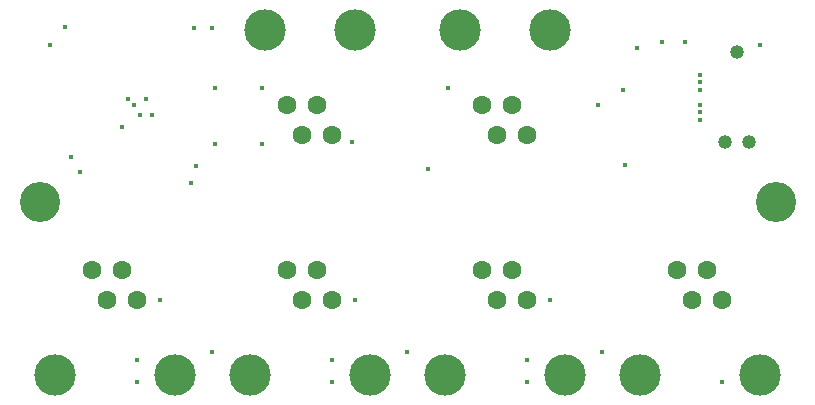
<source format=gbs>
%FSLAX46Y46*%
%MOMM*%
%AMPS14*
1,1,1.600000,0.000000,0.000000*
%
%ADD14PS14*%
%AMPS12*
1,1,1.600000,0.000000,0.000000*
%
%ADD12PS12*%
%AMPS16*
1,1,0.400000,0.000000,0.000000*
%
%ADD16PS16*%
%AMPS15*
1,1,1.190600,0.000000,0.000000*
%
%ADD15PS15*%
%AMPS10*
1,1,3.400000,0.000000,0.000000*
%
%ADD10PS10*%
%AMPS13*
1,1,3.500000,0.000000,0.000000*
%
%ADD13PS13*%
%AMPS11*
1,1,3.500000,0.000000,0.000000*
%
%ADD11PS11*%
G01*
G01*
%LPD*%
G75*
D10*
X63627000Y17145000D03*
D10*
X1270000Y17145000D03*
D11*
X44450000Y31750000D03*
D12*
X42545000Y22860000D03*
D12*
X38735000Y25400000D03*
D12*
X40005000Y22860000D03*
D11*
X36830000Y31750000D03*
D12*
X41275000Y25400000D03*
D13*
X35560000Y2540000D03*
D14*
X38735000Y11430000D03*
D14*
X42545000Y8890000D03*
D14*
X41275000Y11430000D03*
D13*
X45720000Y2540000D03*
D14*
X40005000Y8890000D03*
D15*
X61341000Y22225000D03*
D15*
X59309000Y22225000D03*
D15*
X60325000Y29845000D03*
D11*
X27940000Y31750000D03*
D12*
X26035000Y22860000D03*
D12*
X22225000Y25400000D03*
D12*
X23495000Y22860000D03*
D11*
X20320000Y31750000D03*
D12*
X24765000Y25400000D03*
D13*
X52070000Y2540000D03*
D14*
X55245000Y11430000D03*
D14*
X59055000Y8890000D03*
D14*
X57785000Y11430000D03*
D13*
X62230000Y2540000D03*
D14*
X56515000Y8890000D03*
D13*
X2540000Y2540000D03*
D14*
X5715000Y11430000D03*
D14*
X9525000Y8890000D03*
D14*
X8255000Y11430000D03*
D13*
X12700000Y2540000D03*
D14*
X6985000Y8890000D03*
D13*
X19050000Y2540000D03*
D14*
X22225000Y11430000D03*
D14*
X26035000Y8890000D03*
D14*
X24765000Y11430000D03*
D13*
X29210000Y2540000D03*
D14*
X23495000Y8890000D03*
D16*
X50800000Y20320000D03*
D16*
X9525000Y1905000D03*
D16*
X8255000Y23495000D03*
D16*
X32385000Y4445000D03*
D16*
X16129000Y22098000D03*
D16*
X20066000Y22098000D03*
D16*
X48514000Y25400000D03*
D16*
X57150000Y25400000D03*
D16*
X26035000Y3810000D03*
D16*
X59055000Y1905000D03*
D16*
X15875000Y4445000D03*
D16*
X34163000Y19939000D03*
D16*
X3937000Y20955000D03*
D16*
X26035000Y1905000D03*
D16*
X9271000Y25400000D03*
D16*
X16129000Y26797000D03*
D16*
X44450000Y8890000D03*
D16*
X27686000Y22225000D03*
D16*
X4699000Y19685000D03*
D16*
X10795000Y24511000D03*
D16*
X3429000Y32004000D03*
D16*
X50673000Y26670000D03*
D16*
X42545000Y1905000D03*
D16*
X35814000Y26797000D03*
D16*
X14097000Y18796000D03*
D16*
X57150000Y26670000D03*
D16*
X48895000Y4445000D03*
D16*
X55880000Y30734000D03*
D16*
X57150000Y27305000D03*
D16*
X42545000Y3810000D03*
D16*
X57150000Y24765000D03*
D16*
X2159000Y30480000D03*
D16*
X8763000Y25908000D03*
D16*
X9779000Y24511000D03*
D16*
X62230000Y30480000D03*
D16*
X20066000Y26797000D03*
D16*
X57150000Y24130000D03*
D16*
X10287000Y25908000D03*
D16*
X11430000Y8890000D03*
D16*
X27940000Y8890000D03*
D16*
X53975000Y30734000D03*
D16*
X9525000Y3810000D03*
D16*
X57150000Y27940000D03*
D16*
X51816000Y30226000D03*
D16*
X14351000Y31877000D03*
D16*
X14478000Y20193000D03*
D16*
X15875000Y31877000D03*
M02*

</source>
